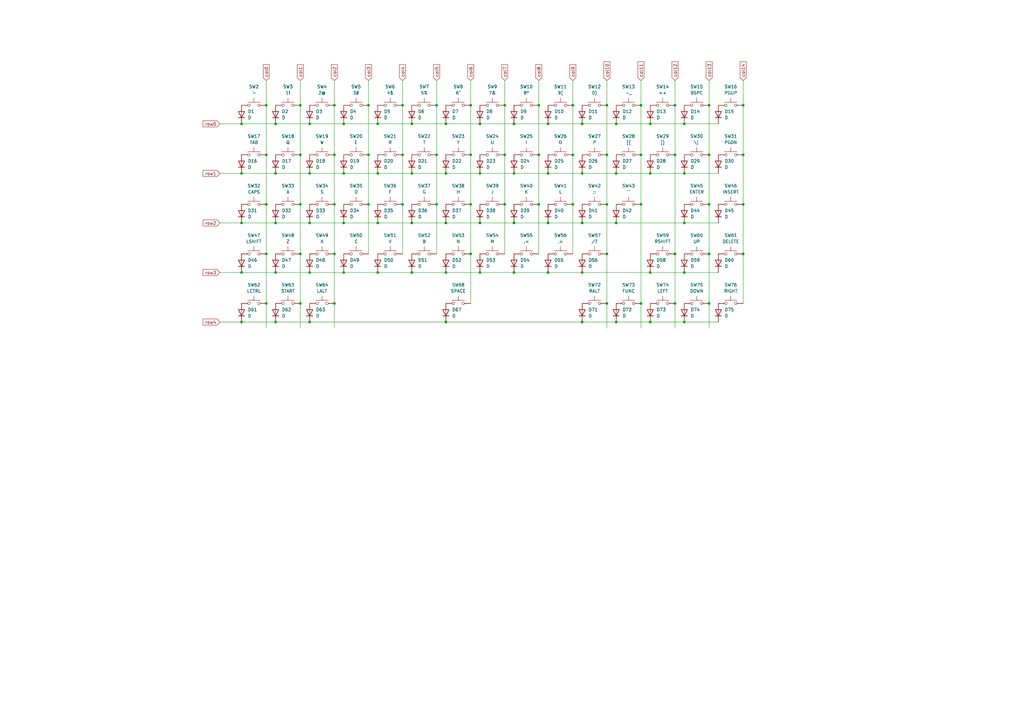
<source format=kicad_sch>
(kicad_sch (version 20231120) (generator "eeschema") (generator_version "8.0")
  (paper "A3")
  (lib_symbols
    (symbol "Device:D" (pin_numbers hide) (pin_names (offset 1.016) hide)
      (property "Reference" "D" (at 0 2.54 0))
      (property "Value" "D" (at 0 -2.54 0))
      (symbol "D_0_1"
        (polyline (pts (xy -1.27 1.27) (xy -1.27 -1.27)) (stroke (width 0.254)))
        (polyline (pts (xy 1.27 0) (xy -1.27 0)))
        (polyline (pts (xy 1.27 1.27) (xy 1.27 -1.27) (xy -1.27 0) (xy 1.27 1.27)) (stroke (width 0.254)))
      )
      (symbol "D_1_1"
        (pin passive line (at -3.81 0 0) (length 2.54) (name "K") (number "1"))
        (pin passive line (at 3.81 0 180) (length 2.54) (name "A") (number "2"))
      )
    )
    (symbol "Switch:SW_Push" (pin_numbers hide) (pin_names (offset 1.016) hide)
      (property "Reference" "SW" (at 1.27 2.54 0))
      (property "Value" "SW_Push" (at 0 -1.524 0))
      (symbol "SW_Push_0_1"
        (circle (center -2.032 0) (radius 0.508))
        (polyline (pts (xy 0 1.27) (xy 0 3.048)))
        (polyline (pts (xy 2.54 1.27) (xy -2.54 1.27)))
        (circle (center 2.032 0) (radius 0.508))
        (pin passive line (at -5.08 0 0) (length 2.54) (name "1") (number "1"))
        (pin passive line (at 5.08 0 180) (length 2.54) (name "2") (number "2"))
      )
    )
  )
  (junction (at 123.19 104.14))
  (junction (at 154.94 111.76))
  (junction (at 266.7 132.08))
  (junction (at 304.8 63.5))
  (junction (at 252.73 91.44))
  (junction (at 137.16 43.18))
  (junction (at 252.73 71.12))
  (junction (at 234.95 83.82))
  (junction (at 154.94 91.44))
  (junction (at 276.86 43.18))
  (junction (at 196.85 71.12))
  (junction (at 276.86 63.5))
  (junction (at 266.7 50.8))
  (junction (at 127 91.44))
  (junction (at 182.88 71.12))
  (junction (at 113.03 132.08))
  (junction (at 248.92 43.18))
  (junction (at 99.06 111.76))
  (junction (at 290.83 104.14))
  (junction (at 182.88 91.44))
  (junction (at 248.92 83.82))
  (junction (at 193.04 83.82))
  (junction (at 196.85 91.44))
  (junction (at 290.83 83.82))
  (junction (at 151.13 43.18))
  (junction (at 238.76 50.8))
  (junction (at 220.98 43.18))
  (junction (at 151.13 63.5))
  (junction (at 165.1 83.82))
  (junction (at 262.89 63.5))
  (junction (at 123.19 43.18))
  (junction (at 224.79 111.76))
  (junction (at 238.76 132.08))
  (junction (at 168.91 71.12))
  (junction (at 127 71.12))
  (junction (at 234.95 43.18))
  (junction (at 224.79 91.44))
  (junction (at 140.97 91.44))
  (junction (at 220.98 83.82))
  (junction (at 113.03 91.44))
  (junction (at 220.98 63.5))
  (junction (at 140.97 111.76))
  (junction (at 252.73 132.08))
  (junction (at 224.79 71.12))
  (junction (at 304.8 104.14))
  (junction (at 154.94 71.12))
  (junction (at 262.89 43.18))
  (junction (at 140.97 50.8))
  (junction (at 280.67 91.44))
  (junction (at 262.89 124.46))
  (junction (at 113.03 71.12))
  (junction (at 165.1 63.5))
  (junction (at 168.91 91.44))
  (junction (at 280.67 132.08))
  (junction (at 137.16 83.82))
  (junction (at 154.94 50.8))
  (junction (at 266.7 111.76))
  (junction (at 276.86 124.46))
  (junction (at 224.79 50.8))
  (junction (at 304.8 83.82))
  (junction (at 109.22 104.14))
  (junction (at 113.03 111.76))
  (junction (at 109.22 124.46))
  (junction (at 207.01 43.18))
  (junction (at 207.01 63.5))
  (junction (at 179.07 83.82))
  (junction (at 290.83 63.5))
  (junction (at 182.88 50.8))
  (junction (at 207.01 83.82))
  (junction (at 168.91 50.8))
  (junction (at 238.76 91.44))
  (junction (at 137.16 104.14))
  (junction (at 248.92 104.14))
  (junction (at 193.04 104.14))
  (junction (at 193.04 63.5))
  (junction (at 179.07 43.18))
  (junction (at 262.89 83.82))
  (junction (at 99.06 71.12))
  (junction (at 179.07 63.5))
  (junction (at 290.83 43.18))
  (junction (at 280.67 71.12))
  (junction (at 137.16 63.5))
  (junction (at 168.91 111.76))
  (junction (at 248.92 63.5))
  (junction (at 127 111.76))
  (junction (at 123.19 83.82))
  (junction (at 123.19 63.5))
  (junction (at 210.82 71.12))
  (junction (at 165.1 43.18))
  (junction (at 127 132.08))
  (junction (at 290.83 124.46))
  (junction (at 182.88 132.08))
  (junction (at 196.85 111.76))
  (junction (at 140.97 71.12))
  (junction (at 248.92 124.46))
  (junction (at 109.22 83.82))
  (junction (at 238.76 111.76))
  (junction (at 238.76 71.12))
  (junction (at 210.82 50.8))
  (junction (at 266.7 71.12))
  (junction (at 113.03 50.8))
  (junction (at 210.82 111.76))
  (junction (at 210.82 91.44))
  (junction (at 252.73 50.8))
  (junction (at 123.19 124.46))
  (junction (at 99.06 132.08))
  (junction (at 193.04 43.18))
  (junction (at 99.06 50.8))
  (junction (at 99.06 91.44))
  (junction (at 196.85 50.8))
  (junction (at 276.86 104.14))
  (junction (at 127 50.8))
  (junction (at 304.8 43.18))
  (junction (at 137.16 124.46))
  (junction (at 280.67 50.8))
  (junction (at 280.67 111.76))
  (junction (at 234.95 63.5))
  (junction (at 109.22 43.18))
  (junction (at 109.22 63.5))
  (junction (at 182.88 111.76))
  (junction (at 151.13 83.82))
  (wire (pts (xy 90.17 132.08) (xy 99.06 132.08)))
  (wire (pts (xy 276.86 124.46) (xy 276.86 134.62)))
  (wire (pts (xy 168.91 71.12) (xy 182.88 71.12)))
  (wire (pts (xy 304.8 33.02) (xy 304.8 43.18)))
  (wire (pts (xy 137.16 63.5) (xy 137.16 83.82)))
  (wire (pts (xy 109.22 43.18) (xy 109.22 63.5)))
  (wire (pts (xy 90.17 111.76) (xy 99.06 111.76)))
  (wire (pts (xy 238.76 111.76) (xy 266.7 111.76)))
  (wire (pts (xy 109.22 33.02) (xy 109.22 43.18)))
  (wire (pts (xy 248.92 104.14) (xy 248.92 124.46)))
  (wire (pts (xy 140.97 50.8) (xy 154.94 50.8)))
  (wire (pts (xy 276.86 43.18) (xy 276.86 63.5)))
  (wire (pts (xy 151.13 83.82) (xy 151.13 104.14)))
  (wire (pts (xy 290.83 124.46) (xy 290.83 134.62)))
  (wire (pts (xy 252.73 132.08) (xy 266.7 132.08)))
  (wire (pts (xy 276.86 104.14) (xy 276.86 124.46)))
  (wire (pts (xy 262.89 63.5) (xy 262.89 83.82)))
  (wire (pts (xy 151.13 63.5) (xy 151.13 83.82)))
  (wire (pts (xy 99.06 132.08) (xy 113.03 132.08)))
  (wire (pts (xy 262.89 33.02) (xy 262.89 43.18)))
  (wire (pts (xy 220.98 83.82) (xy 220.98 104.14)))
  (wire (pts (xy 182.88 132.08) (xy 238.76 132.08)))
  (wire (pts (xy 90.17 91.44) (xy 99.06 91.44)))
  (wire (pts (xy 252.73 50.8) (xy 266.7 50.8)))
  (wire (pts (xy 90.17 50.8) (xy 99.06 50.8)))
  (wire (pts (xy 224.79 71.12) (xy 238.76 71.12)))
  (wire (pts (xy 262.89 124.46) (xy 262.89 134.62)))
  (wire (pts (xy 210.82 111.76) (xy 224.79 111.76)))
  (wire (pts (xy 266.7 71.12) (xy 280.67 71.12)))
  (wire (pts (xy 193.04 33.02) (xy 193.04 43.18)))
  (wire (pts (xy 140.97 71.12) (xy 154.94 71.12)))
  (wire (pts (xy 193.04 43.18) (xy 193.04 63.5)))
  (wire (pts (xy 224.79 50.8) (xy 238.76 50.8)))
  (wire (pts (xy 127 71.12) (xy 140.97 71.12)))
  (wire (pts (xy 290.83 104.14) (xy 290.83 124.46)))
  (wire (pts (xy 182.88 50.8) (xy 196.85 50.8)))
  (wire (pts (xy 266.7 50.8) (xy 280.67 50.8)))
  (wire (pts (xy 182.88 91.44) (xy 196.85 91.44)))
  (wire (pts (xy 304.8 43.18) (xy 304.8 63.5)))
  (wire (pts (xy 220.98 63.5) (xy 220.98 83.82)))
  (wire (pts (xy 238.76 91.44) (xy 252.73 91.44)))
  (wire (pts (xy 140.97 91.44) (xy 154.94 91.44)))
  (wire (pts (xy 248.92 124.46) (xy 248.92 134.62)))
  (wire (pts (xy 280.67 91.44) (xy 294.64 91.44)))
  (wire (pts (xy 113.03 71.12) (xy 127 71.12)))
  (wire (pts (xy 238.76 50.8) (xy 252.73 50.8)))
  (wire (pts (xy 234.95 63.5) (xy 234.95 83.82)))
  (wire (pts (xy 220.98 43.18) (xy 220.98 63.5)))
  (wire (pts (xy 113.03 91.44) (xy 127 91.44)))
  (wire (pts (xy 182.88 71.12) (xy 196.85 71.12)))
  (wire (pts (xy 127 91.44) (xy 140.97 91.44)))
  (wire (pts (xy 238.76 71.12) (xy 252.73 71.12)))
  (wire (pts (xy 224.79 111.76) (xy 238.76 111.76)))
  (wire (pts (xy 99.06 91.44) (xy 113.03 91.44)))
  (wire (pts (xy 196.85 111.76) (xy 210.82 111.76)))
  (wire (pts (xy 99.06 71.12) (xy 113.03 71.12)))
  (wire (pts (xy 137.16 33.02) (xy 137.16 43.18)))
  (wire (pts (xy 99.06 111.76) (xy 113.03 111.76)))
  (wire (pts (xy 123.19 124.46) (xy 123.19 134.62)))
  (wire (pts (xy 165.1 43.18) (xy 165.1 63.5)))
  (wire (pts (xy 179.07 33.02) (xy 179.07 43.18)))
  (wire (pts (xy 252.73 71.12) (xy 266.7 71.12)))
  (wire (pts (xy 248.92 63.5) (xy 248.92 83.82)))
  (wire (pts (xy 127 50.8) (xy 140.97 50.8)))
  (wire (pts (xy 109.22 124.46) (xy 109.22 134.62)))
  (wire (pts (xy 290.83 63.5) (xy 290.83 83.82)))
  (wire (pts (xy 290.83 43.18) (xy 290.83 63.5)))
  (wire (pts (xy 276.86 33.02) (xy 276.86 43.18)))
  (wire (pts (xy 168.91 50.8) (xy 182.88 50.8)))
  (wire (pts (xy 90.17 71.12) (xy 99.06 71.12)))
  (wire (pts (xy 123.19 63.5) (xy 123.19 83.82)))
  (wire (pts (xy 179.07 43.18) (xy 179.07 63.5)))
  (wire (pts (xy 182.88 111.76) (xy 196.85 111.76)))
  (wire (pts (xy 109.22 63.5) (xy 109.22 83.82)))
  (wire (pts (xy 113.03 111.76) (xy 127 111.76)))
  (wire (pts (xy 193.04 83.82) (xy 193.04 104.14)))
  (wire (pts (xy 154.94 91.44) (xy 168.91 91.44)))
  (wire (pts (xy 290.83 33.02) (xy 290.83 43.18)))
  (wire (pts (xy 127 132.08) (xy 182.88 132.08)))
  (wire (pts (xy 207.01 33.02) (xy 207.01 43.18)))
  (wire (pts (xy 151.13 43.18) (xy 151.13 63.5)))
  (wire (pts (xy 123.19 104.14) (xy 123.19 124.46)))
  (wire (pts (xy 207.01 63.5) (xy 207.01 83.82)))
  (wire (pts (xy 234.95 83.82) (xy 234.95 104.14)))
  (wire (pts (xy 266.7 111.76) (xy 280.67 111.76)))
  (wire (pts (xy 165.1 33.02) (xy 165.1 43.18)))
  (wire (pts (xy 280.67 132.08) (xy 294.64 132.08)))
  (wire (pts (xy 262.89 83.82) (xy 262.89 124.46)))
  (wire (pts (xy 137.16 124.46) (xy 137.16 134.62)))
  (wire (pts (xy 234.95 33.02) (xy 234.95 43.18)))
  (wire (pts (xy 210.82 91.44) (xy 224.79 91.44)))
  (wire (pts (xy 304.8 63.5) (xy 304.8 83.82)))
  (wire (pts (xy 220.98 33.02) (xy 220.98 43.18)))
  (wire (pts (xy 137.16 83.82) (xy 137.16 104.14)))
  (wire (pts (xy 123.19 33.02) (xy 123.19 43.18)))
  (wire (pts (xy 151.13 33.02) (xy 151.13 43.18)))
  (wire (pts (xy 123.19 43.18) (xy 123.19 63.5)))
  (wire (pts (xy 304.8 104.14) (xy 304.8 124.46)))
  (wire (pts (xy 280.67 111.76) (xy 294.64 111.76)))
  (wire (pts (xy 238.76 132.08) (xy 252.73 132.08)))
  (wire (pts (xy 276.86 63.5) (xy 276.86 104.14)))
  (wire (pts (xy 280.67 71.12) (xy 294.64 71.12)))
  (wire (pts (xy 290.83 83.82) (xy 290.83 104.14)))
  (wire (pts (xy 262.89 43.18) (xy 262.89 63.5)))
  (wire (pts (xy 248.92 83.82) (xy 248.92 104.14)))
  (wire (pts (xy 179.07 83.82) (xy 179.07 104.14)))
  (wire (pts (xy 207.01 43.18) (xy 207.01 63.5)))
  (wire (pts (xy 234.95 43.18) (xy 234.95 63.5)))
  (wire (pts (xy 252.73 91.44) (xy 280.67 91.44)))
  (wire (pts (xy 248.92 43.18) (xy 248.92 63.5)))
  (wire (pts (xy 123.19 83.82) (xy 123.19 104.14)))
  (wire (pts (xy 127 111.76) (xy 140.97 111.76)))
  (wire (pts (xy 154.94 71.12) (xy 168.91 71.12)))
  (wire (pts (xy 99.06 50.8) (xy 113.03 50.8)))
  (wire (pts (xy 196.85 50.8) (xy 210.82 50.8)))
  (wire (pts (xy 168.91 111.76) (xy 182.88 111.76)))
  (wire (pts (xy 113.03 50.8) (xy 127 50.8)))
  (wire (pts (xy 266.7 132.08) (xy 280.67 132.08)))
  (wire (pts (xy 196.85 71.12) (xy 210.82 71.12)))
  (wire (pts (xy 109.22 83.82) (xy 109.22 104.14)))
  (wire (pts (xy 304.8 83.82) (xy 304.8 104.14)))
  (wire (pts (xy 210.82 71.12) (xy 224.79 71.12)))
  (wire (pts (xy 168.91 91.44) (xy 182.88 91.44)))
  (wire (pts (xy 224.79 91.44) (xy 238.76 91.44)))
  (wire (pts (xy 113.03 132.08) (xy 127 132.08)))
  (wire (pts (xy 140.97 111.76) (xy 154.94 111.76)))
  (wire (pts (xy 193.04 63.5) (xy 193.04 83.82)))
  (wire (pts (xy 154.94 50.8) (xy 168.91 50.8)))
  (wire (pts (xy 154.94 111.76) (xy 168.91 111.76)))
  (wire (pts (xy 179.07 63.5) (xy 179.07 83.82)))
  (wire (pts (xy 165.1 83.82) (xy 165.1 104.14)))
  (wire (pts (xy 165.1 63.5) (xy 165.1 83.82)))
  (wire (pts (xy 280.67 50.8) (xy 294.64 50.8)))
  (wire (pts (xy 196.85 91.44) (xy 210.82 91.44)))
  (wire (pts (xy 193.04 104.14) (xy 193.04 124.46)))
  (wire (pts (xy 137.16 104.14) (xy 137.16 124.46)))
  (wire (pts (xy 248.92 33.02) (xy 248.92 43.18)))
  (wire (pts (xy 207.01 83.82) (xy 207.01 104.14)))
  (wire (pts (xy 109.22 104.14) (xy 109.22 124.46)))
  (wire (pts (xy 210.82 50.8) (xy 224.79 50.8)))
  (wire (pts (xy 137.16 43.18) (xy 137.16 63.5)))
  (global_label "col4" (shape input) (at 165.1 33.02 90) (property "Intersheetrefs" "${INTERSHEET_REFS}" (effects (hide yes))))
  (global_label "col7" (shape input) (at 207.01 33.02 90) (property "Intersheetrefs" "${INTERSHEET_REFS}" (effects (hide yes))))
  (global_label "row2" (shape input) (at 90.17 91.44 180) (property "Intersheetrefs" "${INTERSHEET_REFS}" (effects (hide yes))))
  (global_label "row0" (shape input) (at 90.17 50.8 180) (property "Intersheetrefs" "${INTERSHEET_REFS}" (effects (hide yes))))
  (global_label "col3" (shape input) (at 151.13 33.02 90) (property "Intersheetrefs" "${INTERSHEET_REFS}" (effects (hide yes))))
  (global_label "col11" (shape input) (at 262.89 33.02 90) (property "Intersheetrefs" "${INTERSHEET_REFS}" (effects (hide yes))))
  (global_label "col6" (shape input) (at 193.04 33.02 90) (property "Intersheetrefs" "${INTERSHEET_REFS}" (effects (hide yes))))
  (global_label "col13" (shape input) (at 290.83 33.02 90) (property "Intersheetrefs" "${INTERSHEET_REFS}" (effects (hide yes))))
  (global_label "col1" (shape input) (at 123.19 33.02 90) (property "Intersheetrefs" "${INTERSHEET_REFS}" (effects (hide yes))))
  (global_label "col10" (shape input) (at 248.92 33.02 90) (property "Intersheetrefs" "${INTERSHEET_REFS}" (effects (hide yes))))
  (global_label "col12" (shape input) (at 276.86 33.02 90) (property "Intersheetrefs" "${INTERSHEET_REFS}" (effects (hide yes))))
  (global_label "col0" (shape input) (at 109.22 33.02 90) (property "Intersheetrefs" "${INTERSHEET_REFS}" (effects (hide yes))))
  (global_label "col2" (shape input) (at 137.16 33.02 90) (property "Intersheetrefs" "${INTERSHEET_REFS}" (effects (hide yes))))
  (global_label "row3" (shape input) (at 90.17 111.76 180) (property "Intersheetrefs" "${INTERSHEET_REFS}" (effects (hide yes))))
  (global_label "col14" (shape input) (at 304.8 33.02 90) (property "Intersheetrefs" "${INTERSHEET_REFS}" (effects (hide yes))))
  (global_label "row1" (shape input) (at 90.17 71.12 180) (property "Intersheetrefs" "${INTERSHEET_REFS}" (effects (hide yes))))
  (global_label "col9" (shape input) (at 234.95 33.02 90) (property "Intersheetrefs" "${INTERSHEET_REFS}" (effects (hide yes))))
  (global_label "col8" (shape input) (at 220.98 33.02 90) (property "Intersheetrefs" "${INTERSHEET_REFS}" (effects (hide yes))))
  (global_label "row4" (shape input) (at 90.17 132.08 180) (property "Intersheetrefs" "${INTERSHEET_REFS}" (effects (hide yes))))
  (global_label "col5" (shape input) (at 179.07 33.02 90) (property "Intersheetrefs" "${INTERSHEET_REFS}" (effects (hide yes))))
  (symbol (lib_id "Device:D") (at 99.06 46.99 90) (unit 1)
    (property "Reference" "D1" (at 101.6 45.7199 90) (effects (justify right)))
    (property "Value" "D" (at 101.6 48.2599 90) (effects (justify right)))
    (property "Description" "Diode" (effects (hide yes)))
    (property "Sim.Device" "D" (effects (hide yes)))
    (property "Sim.Pins" "1=K 2=A" (effects (hide yes)))
  )
  (symbol (lib_id "Switch:SW_Push") (at 299.72 83.82 0) (unit 1)
    (property "Reference" "SW46" (at 299.72 76.2 0))
    (property "Value" "INSERT" (at 299.72 78.74 0))
    (property "Description" "Push button switch, generic, two pins" (effects (hide yes)))
  )
  (symbol (lib_id "Device:D") (at 182.88 67.31 90) (unit 1)
    (property "Reference" "D22" (at 185.42 66.0399 90) (effects (justify right)))
    (property "Value" "D" (at 185.42 68.5799 90) (effects (justify right)))
    (property "Description" "Diode" (effects (hide yes)))
    (property "Sim.Device" "D" (effects (hide yes)))
    (property "Sim.Pins" "1=K 2=A" (effects (hide yes)))
  )
  (symbol (lib_id "Device:D") (at 252.73 128.27 90) (unit 1)
    (property "Reference" "D72" (at 255.27 126.9999 90) (effects (justify right)))
    (property "Value" "D" (at 255.27 129.5399 90) (effects (justify right)))
    (property "Description" "Diode" (effects (hide yes)))
    (property "Sim.Device" "D" (effects (hide yes)))
    (property "Sim.Pins" "1=K 2=A" (effects (hide yes)))
  )
  (symbol (lib_id "Device:D") (at 127 128.27 90) (unit 1)
    (property "Reference" "D63" (at 129.54 126.9999 90) (effects (justify right)))
    (property "Value" "D" (at 129.54 129.5399 90) (effects (justify right)))
    (property "Description" "Diode" (effects (hide yes)))
    (property "Sim.Device" "D" (effects (hide yes)))
    (property "Sim.Pins" "1=K 2=A" (effects (hide yes)))
  )
  (symbol (lib_id "Switch:SW_Push") (at 285.75 63.5 0) (unit 1)
    (property "Reference" "SW30" (at 285.75 55.88 0))
    (property "Value" "\\|" (at 285.75 58.42 0))
    (property "Description" "Push button switch, generic, two pins" (effects (hide yes)))
  )
  (symbol (lib_id "Device:D") (at 224.79 107.95 90) (unit 1)
    (property "Reference" "D55" (at 227.33 106.6799 90) (effects (justify right)))
    (property "Value" "D" (at 227.33 109.2199 90) (effects (justify right)))
    (property "Description" "Diode" (effects (hide yes)))
    (property "Sim.Device" "D" (effects (hide yes)))
    (property "Sim.Pins" "1=K 2=A" (effects (hide yes)))
  )
  (symbol (lib_id "Device:D") (at 140.97 107.95 90) (unit 1)
    (property "Reference" "D49" (at 143.51 106.6799 90) (effects (justify right)))
    (property "Value" "D" (at 143.51 109.2199 90) (effects (justify right)))
    (property "Description" "Diode" (effects (hide yes)))
    (property "Sim.Device" "D" (effects (hide yes)))
    (property "Sim.Pins" "1=K 2=A" (effects (hide yes)))
  )
  (symbol (lib_id "Switch:SW_Push") (at 132.08 83.82 0) (unit 1)
    (property "Reference" "SW34" (at 132.08 76.2 0))
    (property "Value" "S" (at 132.08 78.74 0))
    (property "Description" "Push button switch, generic, two pins" (effects (hide yes)))
  )
  (symbol (lib_id "Switch:SW_Push") (at 173.99 104.14 0) (unit 1)
    (property "Reference" "SW52" (at 173.99 96.52 0))
    (property "Value" "B" (at 173.99 99.06 0))
    (property "Description" "Push button switch, generic, two pins" (effects (hide yes)))
  )
  (symbol (lib_id "Switch:SW_Push") (at 271.78 104.14 0) (unit 1)
    (property "Reference" "SW59" (at 271.78 96.52 0))
    (property "Value" "RSHIFT" (at 271.78 99.06 0))
    (property "Description" "Push button switch, generic, two pins" (effects (hide yes)))
  )
  (symbol (lib_id "Device:D") (at 196.85 67.31 90) (unit 1)
    (property "Reference" "D23" (at 199.39 66.0399 90) (effects (justify right)))
    (property "Value" "D" (at 199.39 68.5799 90) (effects (justify right)))
    (property "Description" "Diode" (effects (hide yes)))
    (property "Sim.Device" "D" (effects (hide yes)))
    (property "Sim.Pins" "1=K 2=A" (effects (hide yes)))
  )
  (symbol (lib_id "Switch:SW_Push") (at 118.11 104.14 0) (unit 1)
    (property "Reference" "SW48" (at 118.11 96.52 0))
    (property "Value" "Z" (at 118.11 99.06 0))
    (property "Description" "Push button switch, generic, two pins" (effects (hide yes)))
  )
  (symbol (lib_id "Device:D") (at 196.85 107.95 90) (unit 1)
    (property "Reference" "D53" (at 199.39 106.6799 90) (effects (justify right)))
    (property "Value" "D" (at 199.39 109.2199 90) (effects (justify right)))
    (property "Description" "Diode" (effects (hide yes)))
    (property "Sim.Device" "D" (effects (hide yes)))
    (property "Sim.Pins" "1=K 2=A" (effects (hide yes)))
  )
  (symbol (lib_id "Switch:SW_Push") (at 285.75 83.82 0) (unit 1)
    (property "Reference" "SW45" (at 285.75 76.2 0))
    (property "Value" "ENTER" (at 285.75 78.74 0))
    (property "Description" "Push button switch, generic, two pins" (effects (hide yes)))
  )
  (symbol (lib_id "Switch:SW_Push") (at 132.08 63.5 0) (unit 1)
    (property "Reference" "SW19" (at 132.08 55.88 0))
    (property "Value" "W" (at 132.08 58.42 0))
    (property "Description" "Push button switch, generic, two pins" (effects (hide yes)))
  )
  (symbol (lib_id "Device:D") (at 280.67 67.31 90) (unit 1)
    (property "Reference" "D29" (at 283.21 66.0399 90) (effects (justify right)))
    (property "Value" "D" (at 283.21 68.5799 90) (effects (justify right)))
    (property "Description" "Diode" (effects (hide yes)))
    (property "Sim.Device" "D" (effects (hide yes)))
    (property "Sim.Pins" "1=K 2=A" (effects (hide yes)))
  )
  (symbol (lib_id "Switch:SW_Push") (at 160.02 104.14 0) (unit 1)
    (property "Reference" "SW51" (at 160.02 96.52 0))
    (property "Value" "V" (at 160.02 99.06 0))
    (property "Description" "Push button switch, generic, two pins" (effects (hide yes)))
  )
  (symbol (lib_id "Switch:SW_Push") (at 132.08 104.14 0) (unit 1)
    (property "Reference" "SW49" (at 132.08 96.52 0))
    (property "Value" "X" (at 132.08 99.06 0))
    (property "Description" "Push button switch, generic, two pins" (effects (hide yes)))
  )
  (symbol (lib_id "Switch:SW_Push") (at 187.96 83.82 0) (unit 1)
    (property "Reference" "SW38" (at 187.96 76.2 0))
    (property "Value" "H" (at 187.96 78.74 0))
    (property "Description" "Push button switch, generic, two pins" (effects (hide yes)))
  )
  (symbol (lib_id "Device:D") (at 182.88 46.99 90) (unit 1)
    (property "Reference" "D7" (at 185.42 45.7199 90) (effects (justify right)))
    (property "Value" "D" (at 185.42 48.2599 90) (effects (justify right)))
    (property "Description" "Diode" (effects (hide yes)))
    (property "Sim.Device" "D" (effects (hide yes)))
    (property "Sim.Pins" "1=K 2=A" (effects (hide yes)))
  )
  (symbol (lib_id "Device:D") (at 113.03 87.63 90) (unit 1)
    (property "Reference" "D32" (at 115.57 86.3599 90) (effects (justify right)))
    (property "Value" "D" (at 115.57 88.8999 90) (effects (justify right)))
    (property "Description" "Diode" (effects (hide yes)))
    (property "Sim.Device" "D" (effects (hide yes)))
    (property "Sim.Pins" "1=K 2=A" (effects (hide yes)))
  )
  (symbol (lib_id "Device:D") (at 238.76 46.99 90) (unit 1)
    (property "Reference" "D11" (at 241.3 45.7199 90) (effects (justify right)))
    (property "Value" "D" (at 241.3 48.2599 90) (effects (justify right)))
    (property "Description" "Diode" (effects (hide yes)))
    (property "Sim.Device" "D" (effects (hide yes)))
    (property "Sim.Pins" "1=K 2=A" (effects (hide yes)))
  )
  (symbol (lib_id "Device:D") (at 168.91 46.99 90) (unit 1)
    (property "Reference" "D6" (at 171.45 45.7199 90) (effects (justify right)))
    (property "Value" "D" (at 171.45 48.2599 90) (effects (justify right)))
    (property "Description" "Diode" (effects (hide yes)))
    (property "Sim.Device" "D" (effects (hide yes)))
    (property "Sim.Pins" "1=K 2=A" (effects (hide yes)))
  )
  (symbol (lib_id "Device:D") (at 140.97 87.63 90) (unit 1)
    (property "Reference" "D34" (at 143.51 86.3599 90) (effects (justify right)))
    (property "Value" "D" (at 143.51 88.8999 90) (effects (justify right)))
    (property "Description" "Diode" (effects (hide yes)))
    (property "Sim.Device" "D" (effects (hide yes)))
    (property "Sim.Pins" "1=K 2=A" (effects (hide yes)))
  )
  (symbol (lib_id "Switch:SW_Push") (at 118.11 83.82 0) (unit 1)
    (property "Reference" "SW33" (at 118.11 76.2 0))
    (property "Value" "A" (at 118.11 78.74 0))
    (property "Description" "Push button switch, generic, two pins" (effects (hide yes)))
  )
  (symbol (lib_id "Switch:SW_Push") (at 160.02 43.18 0) (unit 1)
    (property "Reference" "SW6" (at 160.02 35.56 0))
    (property "Value" "4$" (at 160.02 38.1 0))
    (property "Description" "Push button switch, generic, two pins" (effects (hide yes)))
  )
  (symbol (lib_id "Switch:SW_Push") (at 243.84 124.46 0) (unit 1)
    (property "Reference" "SW72" (at 243.84 116.84 0))
    (property "Value" "RALT" (at 243.84 119.38 0))
    (property "Description" "Push button switch, generic, two pins" (effects (hide yes)))
  )
  (symbol (lib_id "Device:D") (at 113.03 107.95 90) (unit 1)
    (property "Reference" "D47" (at 115.57 106.6799 90) (effects (justify right)))
    (property "Value" "D" (at 115.57 109.2199 90) (effects (justify right)))
    (property "Description" "Diode" (effects (hide yes)))
    (property "Sim.Device" "D" (effects (hide yes)))
    (property "Sim.Pins" "1=K 2=A" (effects (hide yes)))
  )
  (symbol (lib_id "Switch:SW_Push") (at 271.78 63.5 0) (unit 1)
    (property "Reference" "SW29" (at 271.78 55.88 0))
    (property "Value" "]}" (at 271.78 58.42 0))
    (property "Description" "Push button switch, generic, two pins" (effects (hide yes)))
  )
  (symbol (lib_id "Switch:SW_Push") (at 299.72 124.46 0) (unit 1)
    (property "Reference" "SW76" (at 299.72 116.84 0))
    (property "Value" "RIGHT" (at 299.72 119.38 0))
    (property "Description" "Push button switch, generic, two pins" (effects (hide yes)))
  )
  (symbol (lib_id "Device:D") (at 252.73 67.31 90) (unit 1)
    (property "Reference" "D27" (at 255.27 66.0399 90) (effects (justify right)))
    (property "Value" "D" (at 255.27 68.5799 90) (effects (justify right)))
    (property "Description" "Diode" (effects (hide yes)))
    (property "Sim.Device" "D" (effects (hide yes)))
    (property "Sim.Pins" "1=K 2=A" (effects (hide yes)))
  )
  (symbol (lib_id "Switch:SW_Push") (at 271.78 43.18 0) (unit 1)
    (property "Reference" "SW14" (at 271.78 35.56 0))
    (property "Value" "=+" (at 271.78 38.1 0))
    (property "Description" "Push button switch, generic, two pins" (effects (hide yes)))
  )
  (symbol (lib_id "Switch:SW_Push") (at 299.72 104.14 0) (unit 1)
    (property "Reference" "SW61" (at 299.72 96.52 0))
    (property "Value" "DELETE" (at 299.72 99.06 0))
    (property "Description" "Push button switch, generic, two pins" (effects (hide yes)))
  )
  (symbol (lib_id "Switch:SW_Push") (at 229.87 43.18 0) (unit 1)
    (property "Reference" "SW11" (at 229.87 35.56 0))
    (property "Value" "9(" (at 229.87 38.1 0))
    (property "Description" "Push button switch, generic, two pins" (effects (hide yes)))
  )
  (symbol (lib_id "Switch:SW_Push") (at 201.93 104.14 0) (unit 1)
    (property "Reference" "SW54" (at 201.93 96.52 0))
    (property "Value" "M" (at 201.93 99.06 0))
    (property "Description" "Push button switch, generic, two pins" (effects (hide yes)))
  )
  (symbol (lib_id "Switch:SW_Push") (at 104.14 83.82 0) (unit 1)
    (property "Reference" "SW32" (at 104.14 76.2 0))
    (property "Value" "CAPS" (at 104.14 78.74 0))
    (property "Description" "Push button switch, generic, two pins" (effects (hide yes)))
  )
  (symbol (lib_id "Switch:SW_Push") (at 146.05 104.14 0) (unit 1)
    (property "Reference" "SW50" (at 146.05 96.52 0))
    (property "Value" "C" (at 146.05 99.06 0))
    (property "Description" "Push button switch, generic, two pins" (effects (hide yes)))
  )
  (symbol (lib_id "Switch:SW_Push") (at 229.87 104.14 0) (unit 1)
    (property "Reference" "SW56" (at 229.87 96.52 0))
    (property "Value" ".>" (at 229.87 99.06 0))
    (property "Description" "Push button switch, generic, two pins" (effects (hide yes)))
  )
  (symbol (lib_id "Switch:SW_Push") (at 118.11 124.46 0) (unit 1)
    (property "Reference" "SW63" (at 118.11 116.84 0))
    (property "Value" "START" (at 118.11 119.38 0))
    (property "Description" "Push button switch, generic, two pins" (effects (hide yes)))
  )
  (symbol (lib_id "Device:D") (at 127 107.95 90) (unit 1)
    (property "Reference" "D48" (at 129.54 106.6799 90) (effects (justify right)))
    (property "Value" "D" (at 129.54 109.2199 90) (effects (justify right)))
    (property "Description" "Diode" (effects (hide yes)))
    (property "Sim.Device" "D" (effects (hide yes)))
    (property "Sim.Pins" "1=K 2=A" (effects (hide yes)))
  )
  (symbol (lib_id "Device:D") (at 196.85 87.63 90) (unit 1)
    (property "Reference" "D38" (at 199.39 86.3599 90) (effects (justify right)))
    (property "Value" "D" (at 199.39 88.8999 90) (effects (justify right)))
    (property "Description" "Diode" (effects (hide yes)))
    (property "Sim.Device" "D" (effects (hide yes)))
    (property "Sim.Pins" "1=K 2=A" (effects (hide yes)))
  )
  (symbol (lib_id "Device:D") (at 127 67.31 90) (unit 1)
    (property "Reference" "D18" (at 129.54 66.0399 90) (effects (justify right)))
    (property "Value" "D" (at 129.54 68.5799 90) (effects (justify right)))
    (property "Description" "Diode" (effects (hide yes)))
    (property "Sim.Device" "D" (effects (hide yes)))
    (property "Sim.Pins" "1=K 2=A" (effects (hide yes)))
  )
  (symbol (lib_id "Device:D") (at 113.03 67.31 90) (unit 1)
    (property "Reference" "D17" (at 115.57 66.0399 90) (effects (justify right)))
    (property "Value" "D" (at 115.57 68.5799 90) (effects (justify right)))
    (property "Description" "Diode" (effects (hide yes)))
    (property "Sim.Device" "D" (effects (hide yes)))
    (property "Sim.Pins" "1=K 2=A" (effects (hide yes)))
  )
  (symbol (lib_id "Device:D") (at 238.76 87.63 90) (unit 1)
    (property "Reference" "D41" (at 241.3 86.3599 90) (effects (justify right)))
    (property "Value" "D" (at 241.3 88.8999 90) (effects (justify right)))
    (property "Description" "Diode" (effects (hide yes)))
    (property "Sim.Device" "D" (effects (hide yes)))
    (property "Sim.Pins" "1=K 2=A" (effects (hide yes)))
  )
  (symbol (lib_id "Switch:SW_Push") (at 187.96 104.14 0) (unit 1)
    (property "Reference" "SW53" (at 187.96 96.52 0))
    (property "Value" "N" (at 187.96 99.06 0))
    (property "Description" "Push button switch, generic, two pins" (effects (hide yes)))
  )
  (symbol (lib_id "Device:D") (at 99.06 67.31 90) (unit 1)
    (property "Reference" "D16" (at 101.6 66.0399 90) (effects (justify right)))
    (property "Value" "D" (at 101.6 68.5799 90) (effects (justify right)))
    (property "Description" "Diode" (effects (hide yes)))
    (property "Sim.Device" "D" (effects (hide yes)))
    (property "Sim.Pins" "1=K 2=A" (effects (hide yes)))
  )
  (symbol (lib_id "Switch:SW_Push") (at 132.08 124.46 0) (unit 1)
    (property "Reference" "SW64" (at 132.08 116.84 0))
    (property "Value" "LALT" (at 132.08 119.38 0))
    (property "Description" "Push button switch, generic, two pins" (effects (hide yes)))
  )
  (symbol (lib_id "Device:D") (at 127 46.99 90) (unit 1)
    (property "Reference" "D3" (at 129.54 45.7199 90) (effects (justify right)))
    (property "Value" "D" (at 129.54 48.2599 90) (effects (justify right)))
    (property "Description" "Diode" (effects (hide yes)))
    (property "Sim.Device" "D" (effects (hide yes)))
    (property "Sim.Pins" "1=K 2=A" (effects (hide yes)))
  )
  (symbol (lib_id "Switch:SW_Push") (at 118.11 43.18 0) (unit 1)
    (property "Reference" "SW3" (at 118.11 35.56 0))
    (property "Value" "1!" (at 118.11 38.1 0))
    (property "Description" "Push button switch, generic, two pins" (effects (hide yes)))
  )
  (symbol (lib_id "Switch:SW_Push") (at 104.14 43.18 0) (unit 1)
    (property "Reference" "SW2" (at 104.14 35.56 0))
    (property "Value" "`~" (at 104.14 38.1 0))
    (property "Description" "Push button switch, generic, two pins" (effects (hide yes)))
  )
  (symbol (lib_id "Device:D") (at 280.67 128.27 90) (unit 1)
    (property "Reference" "D74" (at 283.21 126.9999 90) (effects (justify right)))
    (property "Value" "D" (at 283.21 129.5399 90) (effects (justify right)))
    (property "Description" "Diode" (effects (hide yes)))
    (property "Sim.Device" "D" (effects (hide yes)))
    (property "Sim.Pins" "1=K 2=A" (effects (hide yes)))
  )
  (symbol (lib_id "Switch:SW_Push") (at 146.05 43.18 0) (unit 1)
    (property "Reference" "SW5" (at 146.05 35.56 0))
    (property "Value" "3#" (at 146.05 38.1 0))
    (property "Description" "Push button switch, generic, two pins" (effects (hide yes)))
  )
  (symbol (lib_id "Device:D") (at 182.88 107.95 90) (unit 1)
    (property "Reference" "D52" (at 185.42 106.6799 90) (effects (justify right)))
    (property "Value" "D" (at 185.42 109.2199 90) (effects (justify right)))
    (property "Description" "Diode" (effects (hide yes)))
    (property "Sim.Device" "D" (effects (hide yes)))
    (property "Sim.Pins" "1=K 2=A" (effects (hide yes)))
  )
  (symbol (lib_id "Switch:SW_Push") (at 146.05 83.82 0) (unit 1)
    (property "Reference" "SW35" (at 146.05 76.2 0))
    (property "Value" "D" (at 146.05 78.74 0))
    (property "Description" "Push button switch, generic, two pins" (effects (hide yes)))
  )
  (symbol (lib_id "Device:D") (at 99.06 87.63 90) (unit 1)
    (property "Reference" "D31" (at 101.6 86.3599 90) (effects (justify right)))
    (property "Value" "D" (at 101.6 88.8999 90) (effects (justify right)))
    (property "Description" "Diode" (effects (hide yes)))
    (property "Sim.Device" "D" (effects (hide yes)))
    (property "Sim.Pins" "1=K 2=A" (effects (hide yes)))
  )
  (symbol (lib_id "Device:D") (at 252.73 46.99 90) (unit 1)
    (property "Reference" "D12" (at 255.27 45.7199 90) (effects (justify right)))
    (property "Value" "D" (at 255.27 48.2599 90) (effects (justify right)))
    (property "Description" "Diode" (effects (hide yes)))
    (property "Sim.Device" "D" (effects (hide yes)))
    (property "Sim.Pins" "1=K 2=A" (effects (hide yes)))
  )
  (symbol (lib_id "Switch:SW_Push") (at 173.99 43.18 0) (unit 1)
    (property "Reference" "SW7" (at 173.99 35.56 0))
    (property "Value" "5%" (at 173.99 38.1 0))
    (property "Description" "Push button switch, generic, two pins" (effects (hide yes)))
  )
  (symbol (lib_id "Device:D") (at 294.64 87.63 90) (unit 1)
    (property "Reference" "D45" (at 297.18 86.3599 90) (effects (justify right)))
    (property "Value" "D" (at 297.18 88.8999 90) (effects (justify right)))
    (property "Description" "Diode" (effects (hide yes)))
    (property "Sim.Device" "D" (effects (hide yes)))
    (property "Sim.Pins" "1=K 2=A" (effects (hide yes)))
  )
  (symbol (lib_id "Device:D") (at 99.06 128.27 90) (unit 1)
    (property "Reference" "D61" (at 101.6 126.9999 90) (effects (justify right)))
    (property "Value" "D" (at 101.6 129.5399 90) (effects (justify right)))
    (property "Description" "Diode" (effects (hide yes)))
    (property "Sim.Device" "D" (effects (hide yes)))
    (property "Sim.Pins" "1=K 2=A" (effects (hide yes)))
  )
  (symbol (lib_id "Switch:SW_Push") (at 271.78 124.46 0) (unit 1)
    (property "Reference" "SW74" (at 271.78 116.84 0))
    (property "Value" "LEFT" (at 271.78 119.38 0))
    (property "Description" "Push button switch, generic, two pins" (effects (hide yes)))
  )
  (symbol (lib_id "Switch:SW_Push") (at 146.05 63.5 0) (unit 1)
    (property "Reference" "SW20" (at 146.05 55.88 0))
    (property "Value" "E" (at 146.05 58.42 0))
    (property "Description" "Push button switch, generic, two pins" (effects (hide yes)))
  )
  (symbol (lib_id "Device:D") (at 266.7 107.95 90) (unit 1)
    (property "Reference" "D58" (at 269.24 106.6799 90) (effects (justify right)))
    (property "Value" "D" (at 269.24 109.2199 90) (effects (justify right)))
    (property "Description" "Diode" (effects (hide yes)))
    (property "Sim.Device" "D" (effects (hide yes)))
    (property "Sim.Pins" "1=K 2=A" (effects (hide yes)))
  )
  (symbol (lib_id "Switch:SW_Push") (at 229.87 83.82 0) (unit 1)
    (property "Reference" "SW41" (at 229.87 76.2 0))
    (property "Value" "L" (at 229.87 78.74 0))
    (property "Description" "Push button switch, generic, two pins" (effects (hide yes)))
  )
  (symbol (lib_id "Switch:SW_Push") (at 215.9 83.82 0) (unit 1)
    (property "Reference" "SW40" (at 215.9 76.2 0))
    (property "Value" "K" (at 215.9 78.74 0))
    (property "Description" "Push button switch, generic, two pins" (effects (hide yes)))
  )
  (symbol (lib_id "Device:D") (at 224.79 46.99 90) (unit 1)
    (property "Reference" "D10" (at 227.33 45.7199 90) (effects (justify right)))
    (property "Value" "D" (at 227.33 48.2599 90) (effects (justify right)))
    (property "Description" "Diode" (effects (hide yes)))
    (property "Sim.Device" "D" (effects (hide yes)))
    (property "Sim.Pins" "1=K 2=A" (effects (hide yes)))
  )
  (symbol (lib_id "Device:D") (at 210.82 87.63 90) (unit 1)
    (property "Reference" "D39" (at 213.36 86.3599 90) (effects (justify right)))
    (property "Value" "D" (at 213.36 88.8999 90) (effects (justify right)))
    (property "Description" "Diode" (effects (hide yes)))
    (property "Sim.Device" "D" (effects (hide yes)))
    (property "Sim.Pins" "1=K 2=A" (effects (hide yes)))
  )
  (symbol (lib_id "Device:D") (at 210.82 67.31 90) (unit 1)
    (property "Reference" "D24" (at 213.36 66.0399 90) (effects (justify right)))
    (property "Value" "D" (at 213.36 68.5799 90) (effects (justify right)))
    (property "Description" "Diode" (effects (hide yes)))
    (property "Sim.Device" "D" (effects (hide yes)))
    (property "Sim.Pins" "1=K 2=A" (effects (hide yes)))
  )
  (symbol (lib_id "Device:D") (at 280.67 107.95 90) (unit 1)
    (property "Reference" "D59" (at 283.21 106.6799 90) (effects (justify right)))
    (property "Value" "D" (at 283.21 109.2199 90) (effects (justify right)))
    (property "Description" "Diode" (effects (hide yes)))
    (property "Sim.Device" "D" (effects (hide yes)))
    (property "Sim.Pins" "1=K 2=A" (effects (hide yes)))
  )
  (symbol (lib_id "Device:D") (at 168.91 87.63 90) (unit 1)
    (property "Reference" "D36" (at 171.45 86.3599 90) (effects (justify right)))
    (property "Value" "D" (at 171.45 88.8999 90) (effects (justify right)))
    (property "Description" "Diode" (effects (hide yes)))
    (property "Sim.Device" "D" (effects (hide yes)))
    (property "Sim.Pins" "1=K 2=A" (effects (hide yes)))
  )
  (symbol (lib_id "Device:D") (at 294.64 128.27 90) (unit 1)
    (property "Reference" "D75" (at 297.18 126.9999 90) (effects (justify right)))
    (property "Value" "D" (at 297.18 129.5399 90) (effects (justify right)))
    (property "Description" "Diode" (effects (hide yes)))
    (property "Sim.Device" "D" (effects (hide yes)))
    (property "Sim.Pins" "1=K 2=A" (effects (hide yes)))
  )
  (symbol (lib_id "Device:D") (at 196.85 46.99 90) (unit 1)
    (property "Reference" "D8" (at 199.39 45.7199 90) (effects (justify right)))
    (property "Value" "D" (at 199.39 48.2599 90) (effects (justify right)))
    (property "Description" "Diode" (effects (hide yes)))
    (property "Sim.Device" "D" (effects (hide yes)))
    (property "Sim.Pins" "1=K 2=A" (effects (hide yes)))
  )
  (symbol (lib_id "Switch:SW_Push") (at 243.84 43.18 0) (unit 1)
    (property "Reference" "SW12" (at 243.84 35.56 0))
    (property "Value" "0)" (at 243.84 38.1 0))
    (property "Description" "Push button switch, generic, two pins" (effects (hide yes)))
  )
  (symbol (lib_id "Switch:SW_Push") (at 173.99 83.82 0) (unit 1)
    (property "Reference" "SW37" (at 173.99 76.2 0))
    (property "Value" "G" (at 173.99 78.74 0))
    (property "Description" "Push button switch, generic, two pins" (effects (hide yes)))
  )
  (symbol (lib_id "Device:D") (at 266.7 46.99 90) (unit 1)
    (property "Reference" "D13" (at 269.24 45.7199 90) (effects (justify right)))
    (property "Value" "D" (at 269.24 48.2599 90) (effects (justify right)))
    (property "Description" "Diode" (effects (hide yes)))
    (property "Sim.Device" "D" (effects (hide yes)))
    (property "Sim.Pins" "1=K 2=A" (effects (hide yes)))
  )
  (symbol (lib_id "Switch:SW_Push") (at 257.81 124.46 0) (unit 1)
    (property "Reference" "SW73" (at 257.81 116.84 0))
    (property "Value" "FUNC" (at 257.81 119.38 0))
    (property "Description" "Push button switch, generic, two pins" (effects (hide yes)))
  )
  (symbol (lib_id "Device:D") (at 140.97 67.31 90) (unit 1)
    (property "Reference" "D19" (at 143.51 66.0399 90) (effects (justify right)))
    (property "Value" "D" (at 143.51 68.5799 90) (effects (justify right)))
    (property "Description" "Diode" (effects (hide yes)))
    (property "Sim.Device" "D" (effects (hide yes)))
    (property "Sim.Pins" "1=K 2=A" (effects (hide yes)))
  )
  (symbol (lib_id "Device:D") (at 224.79 87.63 90) (unit 1)
    (property "Reference" "D40" (at 227.33 86.3599 90) (effects (justify right)))
    (property "Value" "D" (at 227.33 88.8999 90) (effects (justify right)))
    (property "Description" "Diode" (effects (hide yes)))
    (property "Sim.Device" "D" (effects (hide yes)))
    (property "Sim.Pins" "1=K 2=A" (effects (hide yes)))
  )
  (symbol (lib_id "Switch:SW_Push") (at 243.84 104.14 0) (unit 1)
    (property "Reference" "SW57" (at 243.84 96.52 0))
    (property "Value" "/?" (at 243.84 99.06 0))
    (property "Description" "Push button switch, generic, two pins" (effects (hide yes)))
  )
  (symbol (lib_id "Device:D") (at 168.91 107.95 90) (unit 1)
    (property "Reference" "D51" (at 171.45 106.6799 90) (effects (justify right)))
    (property "Value" "D" (at 171.45 109.2199 90) (effects (justify right)))
    (property "Description" "Diode" (effects (hide yes)))
    (property "Sim.Device" "D" (effects (hide yes)))
    (property "Sim.Pins" "1=K 2=A" (effects (hide yes)))
  )
  (symbol (lib_id "Device:D") (at 154.94 46.99 90) (unit 1)
    (property "Reference" "D5" (at 157.48 45.7199 90) (effects (justify right)))
    (property "Value" "D" (at 157.48 48.2599 90) (effects (justify right)))
    (property "Description" "Diode" (effects (hide yes)))
    (property "Sim.Device" "D" (effects (hide yes)))
    (property "Sim.Pins" "1=K 2=A" (effects (hide yes)))
  )
  (symbol (lib_id "Device:D") (at 294.64 46.99 90) (unit 1)
    (property "Reference" "D15" (at 297.18 45.7199 90) (effects (justify right)))
    (property "Value" "D" (at 297.18 48.2599 90) (effects (justify right)))
    (property "Description" "Diode" (effects (hide yes)))
    (property "Sim.Device" "D" (effects (hide yes)))
    (property "Sim.Pins" "1=K 2=A" (effects (hide yes)))
  )
  (symbol (lib_id "Device:D") (at 252.73 87.63 90) (unit 1)
    (property "Reference" "D42" (at 255.27 86.3599 90) (effects (justify right)))
    (property "Value" "D" (at 255.27 88.8999 90) (effects (justify right)))
    (property "Description" "Diode" (effects (hide yes)))
    (property "Sim.Device" "D" (effects (hide yes)))
    (property "Sim.Pins" "1=K 2=A" (effects (hide yes)))
  )
  (symbol (lib_id "Switch:SW_Push") (at 173.99 63.5 0) (unit 1)
    (property "Reference" "SW22" (at 173.99 55.88 0))
    (property "Value" "T" (at 173.99 58.42 0))
    (property "Description" "Push button switch, generic, two pins" (effects (hide yes)))
  )
  (symbol (lib_id "Switch:SW_Push") (at 243.84 83.82 0) (unit 1)
    (property "Reference" "SW42" (at 243.84 76.2 0))
    (property "Value" ";:" (at 243.84 78.74 0))
    (property "Description" "Push button switch, generic, two pins" (effects (hide yes)))
  )
  (symbol (lib_id "Switch:SW_Push") (at 187.96 124.46 0) (unit 1)
    (property "Reference" "SW68" (at 187.96 116.84 0))
    (property "Value" "SPACE" (at 187.96 119.38 0))
    (property "Description" "Push button switch, generic, two pins" (effects (hide yes)))
  )
  (symbol (lib_id "Device:D") (at 99.06 107.95 90) (unit 1)
    (property "Reference" "D46" (at 101.6 106.6799 90) (effects (justify right)))
    (property "Value" "D" (at 101.6 109.2199 90) (effects (justify right)))
    (property "Description" "Diode" (effects (hide yes)))
    (property "Sim.Device" "D" (effects (hide yes)))
    (property "Sim.Pins" "1=K 2=A" (effects (hide yes)))
  )
  (symbol (lib_id "Switch:SW_Push") (at 160.02 83.82 0) (unit 1)
    (property "Reference" "SW36" (at 160.02 76.2 0))
    (property "Value" "F" (at 160.02 78.74 0))
    (property "Description" "Push button switch, generic, two pins" (effects (hide yes)))
  )
  (symbol (lib_id "Device:D") (at 280.67 87.63 90) (unit 1)
    (property "Reference" "D44" (at 283.21 86.3599 90) (effects (justify right)))
    (property "Value" "D" (at 283.21 88.8999 90) (effects (justify right)))
    (property "Description" "Diode" (effects (hide yes)))
    (property "Sim.Device" "D" (effects (hide yes)))
    (property "Sim.Pins" "1=K 2=A" (effects (hide yes)))
  )
  (symbol (lib_id "Device:D") (at 210.82 46.99 90) (unit 1)
    (property "Reference" "D9" (at 213.36 45.7199 90) (effects (justify right)))
    (property "Value" "D" (at 213.36 48.2599 90) (effects (justify right)))
    (property "Description" "Diode" (effects (hide yes)))
    (property "Sim.Device" "D" (effects (hide yes)))
    (property "Sim.Pins" "1=K 2=A" (effects (hide yes)))
  )
  (symbol (lib_id "Switch:SW_Push") (at 187.96 63.5 0) (unit 1)
    (property "Reference" "SW23" (at 187.96 55.88 0))
    (property "Value" "Y" (at 187.96 58.42 0))
    (property "Description" "Push button switch, generic, two pins" (effects (hide yes)))
  )
  (symbol (lib_id "Switch:SW_Push") (at 299.72 43.18 0) (unit 1)
    (property "Reference" "SW16" (at 299.72 35.56 0))
    (property "Value" "PGUP" (at 299.72 38.1 0))
    (property "Description" "Push button switch, generic, two pins" (effects (hide yes)))
  )
  (symbol (lib_id "Device:D") (at 294.64 107.95 90) (unit 1)
    (property "Reference" "D60" (at 297.18 106.6799 90) (effects (justify right)))
    (property "Value" "D" (at 297.18 109.2199 90) (effects (justify right)))
    (property "Description" "Diode" (effects (hide yes)))
    (property "Sim.Device" "D" (effects (hide yes)))
    (property "Sim.Pins" "1=K 2=A" (effects (hide yes)))
  )
  (symbol (lib_id "Device:D") (at 154.94 67.31 90) (unit 1)
    (property "Reference" "D20" (at 157.48 66.0399 90) (effects (justify right)))
    (property "Value" "D" (at 157.48 68.5799 90) (effects (justify right)))
    (property "Description" "Diode" (effects (hide yes)))
    (property "Sim.Device" "D" (effects (hide yes)))
    (property "Sim.Pins" "1=K 2=A" (effects (hide yes)))
  )
  (symbol (lib_id "Device:D") (at 238.76 107.95 90) (unit 1)
    (property "Reference" "D56" (at 241.3 106.6799 90) (effects (justify right)))
    (property "Value" "D" (at 241.3 109.2199 90) (effects (justify right)))
    (property "Description" "Diode" (effects (hide yes)))
    (property "Sim.Device" "D" (effects (hide yes)))
    (property "Sim.Pins" "1=K 2=A" (effects (hide yes)))
  )
  (symbol (lib_id "Device:D") (at 182.88 87.63 90) (unit 1)
    (property "Reference" "D37" (at 185.42 86.3599 90) (effects (justify right)))
    (property "Value" "D" (at 185.42 88.8999 90) (effects (justify right)))
    (property "Description" "Diode" (effects (hide yes)))
    (property "Sim.Device" "D" (effects (hide yes)))
    (property "Sim.Pins" "1=K 2=A" (effects (hide yes)))
  )
  (symbol (lib_id "Switch:SW_Push") (at 215.9 63.5 0) (unit 1)
    (property "Reference" "SW25" (at 215.9 55.88 0))
    (property "Value" "I" (at 215.9 58.42 0))
    (property "Description" "Push button switch, generic, two pins" (effects (hide yes)))
  )
  (symbol (lib_id "Switch:SW_Push") (at 104.14 63.5 0) (unit 1)
    (property "Reference" "SW17" (at 104.14 55.88 0))
    (property "Value" "TAB" (at 104.14 58.42 0))
    (property "Description" "Push button switch, generic, two pins" (effects (hide yes)))
  )
  (symbol (lib_id "Device:D") (at 238.76 67.31 90) (unit 1)
    (property "Reference" "D26" (at 241.3 66.0399 90) (effects (justify right)))
    (property "Value" "D" (at 241.3 68.5799 90) (effects (justify right)))
    (property "Description" "Diode" (effects (hide yes)))
    (property "Sim.Device" "D" (effects (hide yes)))
    (property "Sim.Pins" "1=K 2=A" (effects (hide yes)))
  )
  (symbol (lib_id "Switch:SW_Push") (at 201.93 63.5 0) (unit 1)
    (property "Reference" "SW24" (at 201.93 55.88 0))
    (property "Value" "U" (at 201.93 58.42 0))
    (property "Description" "Push button switch, generic, two pins" (effects (hide yes)))
  )
  (symbol (lib_id "Switch:SW_Push") (at 132.08 43.18 0) (unit 1)
    (property "Reference" "SW4" (at 132.08 35.56 0))
    (property "Value" "2@" (at 132.08 38.1 0))
    (property "Description" "Push button switch, generic, two pins" (effects (hide yes)))
  )
  (symbol (lib_id "Device:D") (at 294.64 67.31 90) (unit 1)
    (property "Reference" "D30" (at 297.18 66.0399 90) (effects (justify right)))
    (property "Value" "D" (at 297.18 68.5799 90) (effects (justify right)))
    (property "Description" "Diode" (effects (hide yes)))
    (property "Sim.Device" "D" (effects (hide yes)))
    (property "Sim.Pins" "1=K 2=A" (effects (hide yes)))
  )
  (symbol (lib_id "Switch:SW_Push") (at 215.9 43.18 0) (unit 1)
    (property "Reference" "SW10" (at 215.9 35.56 0))
    (property "Value" "8*" (at 215.9 38.1 0))
    (property "Description" "Push button switch, generic, two pins" (effects (hide yes)))
  )
  (symbol (lib_id "Switch:SW_Push") (at 285.75 104.14 0) (unit 1)
    (property "Reference" "SW60" (at 285.75 96.52 0))
    (property "Value" "UP" (at 285.75 99.06 0))
    (property "Description" "Push button switch, generic, two pins" (effects (hide yes)))
  )
  (symbol (lib_id "Device:D") (at 154.94 87.63 90) (unit 1)
    (property "Reference" "D35" (at 157.48 86.3599 90) (effects (justify right)))
    (property "Value" "D" (at 157.48 88.8999 90) (effects (justify right)))
    (property "Description" "Diode" (effects (hide yes)))
    (property "Sim.Device" "D" (effects (hide yes)))
    (property "Sim.Pins" "1=K 2=A" (effects (hide yes)))
  )
  (symbol (lib_id "Device:D") (at 113.03 46.99 90) (unit 1)
    (property "Reference" "D2" (at 115.57 45.7199 90) (effects (justify right)))
    (property "Value" "D" (at 115.57 48.2599 90) (effects (justify right)))
    (property "Description" "Diode" (effects (hide yes)))
    (property "Sim.Device" "D" (effects (hide yes)))
    (property "Sim.Pins" "1=K 2=A" (effects (hide yes)))
  )
  (symbol (lib_id "Device:D") (at 168.91 67.31 90) (unit 1)
    (property "Reference" "D21" (at 171.45 66.0399 90) (effects (justify right)))
    (property "Value" "D" (at 171.45 68.5799 90) (effects (justify right)))
    (property "Description" "Diode" (effects (hide yes)))
    (property "Sim.Device" "D" (effects (hide yes)))
    (property "Sim.Pins" "1=K 2=A" (effects (hide yes)))
  )
  (symbol (lib_id "Switch:SW_Push") (at 104.14 104.14 0) (unit 1)
    (property "Reference" "SW47" (at 104.14 96.52 0))
    (property "Value" "LSHIFT" (at 104.14 99.06 0))
    (property "Description" "Push button switch, generic, two pins" (effects (hide yes)))
  )
  (symbol (lib_id "Switch:SW_Push") (at 257.81 63.5 0) (unit 1)
    (property "Reference" "SW28" (at 257.81 55.88 0))
    (property "Value" "[{" (at 257.81 58.42 0))
    (property "Description" "Push button switch, generic, two pins" (effects (hide yes)))
  )
  (symbol (lib_id "Device:D") (at 266.7 128.27 90) (unit 1)
    (property "Reference" "D73" (at 269.24 126.9999 90) (effects (justify right)))
    (property "Value" "D" (at 269.24 129.5399 90) (effects (justify right)))
    (property "Description" "Diode" (effects (hide yes)))
    (property "Sim.Device" "D" (effects (hide yes)))
    (property "Sim.Pins" "1=K 2=A" (effects (hide yes)))
  )
  (symbol (lib_id "Device:D") (at 113.03 128.27 90) (unit 1)
    (property "Reference" "D62" (at 115.57 126.9999 90) (effects (justify right)))
    (property "Value" "D" (at 115.57 129.5399 90) (effects (justify right)))
    (property "Description" "Diode" (effects (hide yes)))
    (property "Sim.Device" "D" (effects (hide yes)))
    (property "Sim.Pins" "1=K 2=A" (effects (hide yes)))
  )
  (symbol (lib_id "Switch:SW_Push") (at 104.14 124.46 0) (unit 1)
    (property "Reference" "SW62" (at 104.14 116.84 0))
    (property "Value" "LCTRL" (at 104.14 119.38 0))
    (property "Description" "Push button switch, generic, two pins" (effects (hide yes)))
  )
  (symbol (lib_id "Device:D") (at 238.76 128.27 90) (unit 1)
    (property "Reference" "D71" (at 241.3 126.9999 90) (effects (justify right)))
    (property "Value" "D" (at 241.3 129.5399 90) (effects (justify right)))
    (property "Description" "Diode" (effects (hide yes)))
    (property "Sim.Device" "D" (effects (hide yes)))
    (property "Sim.Pins" "1=K 2=A" (effects (hide yes)))
  )
  (symbol (lib_id "Switch:SW_Push") (at 201.93 83.82 0) (unit 1)
    (property "Reference" "SW39" (at 201.93 76.2 0))
    (property "Value" "J" (at 201.93 78.74 0))
    (property "Description" "Push button switch, generic, two pins" (effects (hide yes)))
  )
  (symbol (lib_id "Switch:SW_Push") (at 118.11 63.5 0) (unit 1)
    (property "Reference" "SW18" (at 118.11 55.88 0))
    (property "Value" "Q" (at 118.11 58.42 0))
    (property "Description" "Push button switch, generic, two pins" (effects (hide yes)))
  )
  (symbol (lib_id "Switch:SW_Push") (at 257.81 83.82 0) (unit 1)
    (property "Reference" "SW43" (at 257.81 76.2 0))
    (property "Value" "'\"" (at 257.81 78.74 0))
    (property "Description" "Push button switch, generic, two pins" (effects (hide yes)))
  )
  (symbol (lib_id "Switch:SW_Push") (at 160.02 63.5 0) (unit 1)
    (property "Reference" "SW21" (at 160.02 55.88 0))
    (property "Value" "R" (at 160.02 58.42 0))
    (property "Description" "Push button switch, generic, two pins" (effects (hide yes)))
  )
  (symbol (lib_id "Device:D") (at 280.67 46.99 90) (unit 1)
    (property "Reference" "D14" (at 283.21 45.7199 90) (effects (justify right)))
    (property "Value" "D" (at 283.21 48.2599 90) (effects (justify right)))
    (property "Description" "Diode" (effects (hide yes)))
    (property "Sim.Device" "D" (effects (hide yes)))
    (property "Sim.Pins" "1=K 2=A" (effects (hide yes)))
  )
  (symbol (lib_id "Switch:SW_Push") (at 285.75 124.46 0) (unit 1)
    (property "Reference" "SW75" (at 285.75 116.84 0))
    (property "Value" "DOWN" (at 285.75 119.38 0))
    (property "Description" "Push button switch, generic, two pins" (effects (hide yes)))
  )
  (symbol (lib_id "Device:D") (at 224.79 67.31 90) (unit 1)
    (property "Reference" "D25" (at 227.33 66.0399 90) (effects (justify right)))
    (property "Value" "D" (at 227.33 68.5799 90) (effects (justify right)))
    (property "Description" "Diode" (effects (hide yes)))
    (property "Sim.Device" "D" (effects (hide yes)))
    (property "Sim.Pins" "1=K 2=A" (effects (hide yes)))
  )
  (symbol (lib_id "Switch:SW_Push") (at 299.72 63.5 0) (unit 1)
    (property "Reference" "SW31" (at 299.72 55.88 0))
    (property "Value" "PGDN" (at 299.72 58.42 0))
    (property "Description" "Push button switch, generic, two pins" (effects (hide yes)))
  )
  (symbol (lib_id "Device:D") (at 140.97 46.99 90) (unit 1)
    (property "Reference" "D4" (at 143.51 45.7199 90) (effects (justify right)))
    (property "Value" "D" (at 143.51 48.2599 90) (effects (justify right)))
    (property "Description" "Diode" (effects (hide yes)))
    (property "Sim.Device" "D" (effects (hide yes)))
    (property "Sim.Pins" "1=K 2=A" (effects (hide yes)))
  )
  (symbol (lib_id "Device:D") (at 266.7 67.31 90) (unit 1)
    (property "Reference" "D28" (at 269.24 66.0399 90) (effects (justify right)))
    (property "Value" "D" (at 269.24 68.5799 90) (effects (justify right)))
    (property "Description" "Diode" (effects (hide yes)))
    (property "Sim.Device" "D" (effects (hide yes)))
    (property "Sim.Pins" "1=K 2=A" (effects (hide yes)))
  )
  (symbol (lib_id "Device:D") (at 182.88 128.27 90) (unit 1)
    (property "Reference" "D67" (at 185.42 126.9999 90) (effects (justify right)))
    (property "Value" "D" (at 185.42 129.5399 90) (effects (justify right)))
    (property "Description" "Diode" (effects (hide yes)))
    (property "Sim.Device" "D" (effects (hide yes)))
    (property "Sim.Pins" "1=K 2=A" (effects (hide yes)))
  )
  (symbol (lib_id "Switch:SW_Push") (at 285.75 43.18 0) (unit 1)
    (property "Reference" "SW15" (at 285.75 35.56 0))
    (property "Value" "BSPC" (at 285.75 38.1 0))
    (property "Description" "Push button switch, generic, two pins" (effects (hide yes)))
  )
  (symbol (lib_id "Switch:SW_Push") (at 215.9 104.14 0) (unit 1)
    (property "Reference" "SW55" (at 215.9 96.52 0))
    (property "Value" ",<" (at 215.9 99.06 0))
    (property "Description" "Push button switch, generic, two pins" (effects (hide yes)))
  )
  (symbol (lib_id "Device:D") (at 127 87.63 90) (unit 1)
    (property "Reference" "D33" (at 129.54 86.3599 90) (effects (justify right)))
    (property "Value" "D" (at 129.54 88.8999 90) (effects (justify right)))
    (property "Description" "Diode" (effects (hide yes)))
    (property "Sim.Device" "D" (effects (hide yes)))
    (property "Sim.Pins" "1=K 2=A" (effects (hide yes)))
  )
  (symbol (lib_id "Switch:SW_Push") (at 201.93 43.18 0) (unit 1)
    (property "Reference" "SW9" (at 201.93 35.56 0))
    (property "Value" "7&" (at 201.93 38.1 0))
    (property "Description" "Push button switch, generic, two pins" (effects (hide yes)))
  )
  (symbol (lib_id "Switch:SW_Push") (at 187.96 43.18 0) (unit 1)
    (property "Reference" "SW8" (at 187.96 35.56 0))
    (property "Value" "6^" (at 187.96 38.1 0))
    (property "Description" "Push button switch, generic, two pins" (effects (hide yes)))
  )
  (symbol (lib_id "Device:D") (at 154.94 107.95 90) (unit 1)
    (property "Reference" "D50" (at 157.48 106.6799 90) (effects (justify right)))
    (property "Value" "D" (at 157.48 109.2199 90) (effects (justify right)))
    (property "Description" "Diode" (effects (hide yes)))
    (property "Sim.Device" "D" (effects (hide yes)))
    (property "Sim.Pins" "1=K 2=A" (effects (hide yes)))
  )
  (symbol (lib_id "Switch:SW_Push") (at 229.87 63.5 0) (unit 1)
    (property "Reference" "SW26" (at 229.87 55.88 0))
    (property "Value" "O" (at 229.87 58.42 0))
    (property "Description" "Push button switch, generic, two pins" (effects (hide yes)))
  )
  (symbol (lib_id "Switch:SW_Push") (at 243.84 63.5 0) (unit 1)
    (property "Reference" "SW27" (at 243.84 55.88 0))
    (property "Value" "P" (at 243.84 58.42 0))
    (property "Description" "Push button switch, generic, two pins" (effects (hide yes)))
  )
  (symbol (lib_id "Device:D") (at 210.82 107.95 90) (unit 1)
    (property "Reference" "D54" (at 213.36 106.6799 90) (effects (justify right)))
    (property "Value" "D" (at 213.36 109.2199 90) (effects (justify right)))
    (property "Description" "Diode" (effects (hide yes)))
    (property "Sim.Device" "D" (effects (hide yes)))
    (property "Sim.Pins" "1=K 2=A" (effects (hide yes)))
  )
  (symbol (lib_id "Switch:SW_Push") (at 257.81 43.18 0) (unit 1)
    (property "Reference" "SW13" (at 257.81 35.56 0))
    (property "Value" "-_" (at 257.81 38.1 0))
    (property "Description" "Push button switch, generic, two pins" (effects (hide yes)))
  )
)
</source>
